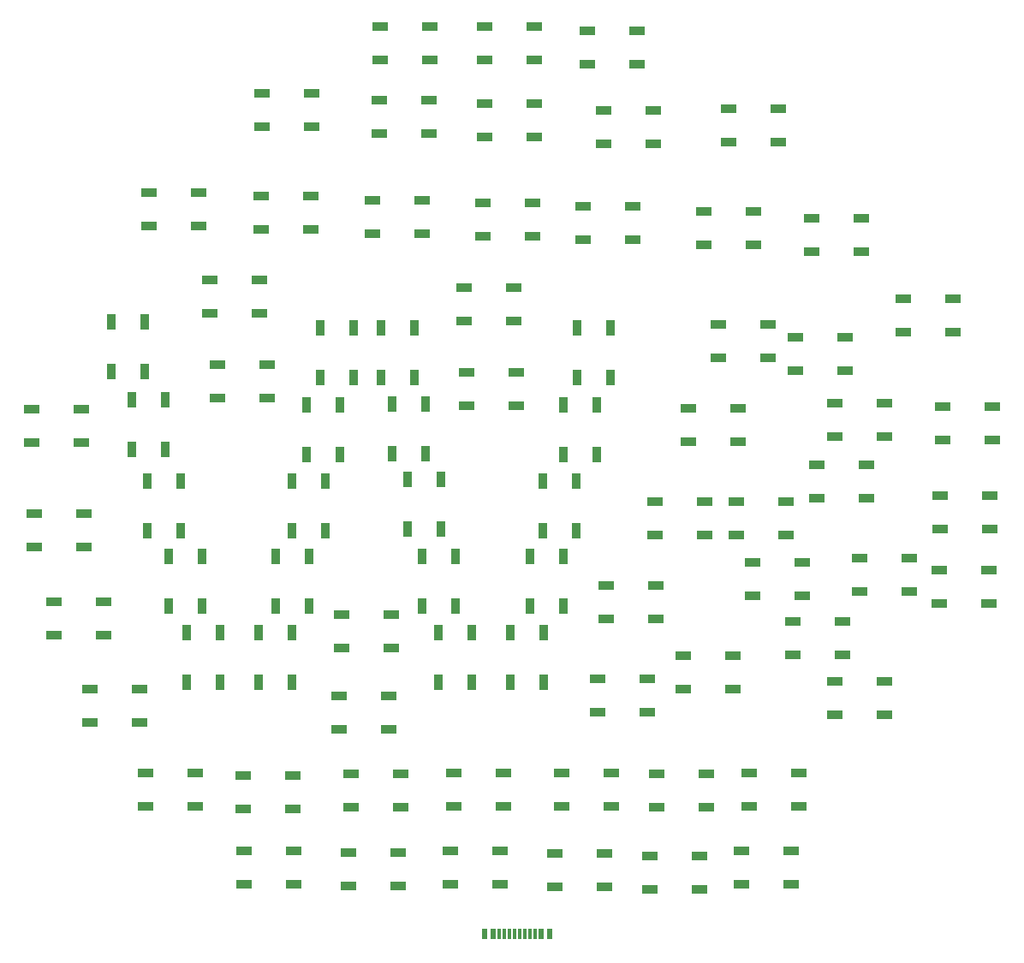
<source format=gbr>
%TF.GenerationSoftware,KiCad,Pcbnew,8.0.2*%
%TF.CreationDate,2025-03-09T15:23:07+01:00*%
%TF.ProjectId,WRadioLogo,57526164-696f-44c6-9f67-6f2e6b696361,rev?*%
%TF.SameCoordinates,Original*%
%TF.FileFunction,Paste,Top*%
%TF.FilePolarity,Positive*%
%FSLAX46Y46*%
G04 Gerber Fmt 4.6, Leading zero omitted, Abs format (unit mm)*
G04 Created by KiCad (PCBNEW 8.0.2) date 2025-03-09 15:23:07*
%MOMM*%
%LPD*%
G01*
G04 APERTURE LIST*
%ADD10R,1.500000X0.900000*%
%ADD11R,0.900000X1.500000*%
%ADD12R,0.600000X1.140000*%
%ADD13R,0.300000X1.140000*%
G04 APERTURE END LIST*
D10*
%TO.C,D49*%
X118708000Y-111634000D03*
X118708000Y-114934000D03*
X123608000Y-114934000D03*
X123608000Y-111634000D03*
%TD*%
D11*
%TO.C,D12*%
X123699000Y-95668000D03*
X126999000Y-95668000D03*
X126999000Y-90768000D03*
X123699000Y-90768000D03*
%TD*%
D10*
%TO.C,D76*%
X158967000Y-127255000D03*
X158967000Y-130555000D03*
X163867000Y-130555000D03*
X163867000Y-127255000D03*
%TD*%
D11*
%TO.C,D8*%
X117093000Y-98388000D03*
X113793000Y-98388000D03*
X113793000Y-103288000D03*
X117093000Y-103288000D03*
%TD*%
D10*
%TO.C,D25*%
X157697000Y-100458000D03*
X157697000Y-103758000D03*
X162597000Y-103758000D03*
X162597000Y-100458000D03*
%TD*%
D11*
%TO.C,D11*%
X122556000Y-88175000D03*
X125856000Y-88175000D03*
X125856000Y-83275000D03*
X122556000Y-83275000D03*
%TD*%
D10*
%TO.C,D63*%
X152998000Y-91187000D03*
X152998000Y-94487000D03*
X157898000Y-94487000D03*
X157898000Y-91187000D03*
%TD*%
D11*
%TO.C,D4*%
X101601000Y-110781000D03*
X104901000Y-110781000D03*
X104901000Y-105881000D03*
X101601000Y-105881000D03*
%TD*%
D10*
%TO.C,D51*%
X174207000Y-80392000D03*
X174207000Y-83692000D03*
X179107000Y-83692000D03*
X179107000Y-80392000D03*
%TD*%
D11*
%TO.C,D3*%
X99442000Y-103288000D03*
X102742000Y-103288000D03*
X102742000Y-98388000D03*
X99442000Y-98388000D03*
%TD*%
D10*
%TO.C,D28*%
X163285000Y-112269000D03*
X163285000Y-115569000D03*
X168185000Y-115569000D03*
X168185000Y-112269000D03*
%TD*%
%TO.C,D64*%
X99277000Y-127255000D03*
X99277000Y-130555000D03*
X104177000Y-130555000D03*
X104177000Y-127255000D03*
%TD*%
%TO.C,D55*%
X177890000Y-99823000D03*
X177890000Y-103123000D03*
X182790000Y-103123000D03*
X182790000Y-99823000D03*
%TD*%
D11*
%TO.C,D15*%
X128271000Y-118274000D03*
X131571000Y-118274000D03*
X131571000Y-113374000D03*
X128271000Y-113374000D03*
%TD*%
%TO.C,D17*%
X140588000Y-105881000D03*
X137288000Y-105881000D03*
X137288000Y-110781000D03*
X140588000Y-110781000D03*
%TD*%
%TO.C,D6*%
X113791000Y-113374000D03*
X110491000Y-113374000D03*
X110491000Y-118274000D03*
X113791000Y-118274000D03*
%TD*%
D10*
%TO.C,D62*%
X177763000Y-107189000D03*
X177763000Y-110489000D03*
X182663000Y-110489000D03*
X182663000Y-107189000D03*
%TD*%
%TO.C,D37*%
X156935000Y-61596000D03*
X156935000Y-64896000D03*
X161835000Y-64896000D03*
X161835000Y-61596000D03*
%TD*%
%TO.C,D24*%
X165698000Y-96775000D03*
X165698000Y-100075000D03*
X170598000Y-100075000D03*
X170598000Y-96775000D03*
%TD*%
%TO.C,D68*%
X139790000Y-135256000D03*
X139790000Y-138556000D03*
X144690000Y-138556000D03*
X144690000Y-135256000D03*
%TD*%
%TO.C,D72*%
X119343000Y-135129000D03*
X119343000Y-138429000D03*
X124243000Y-138429000D03*
X124243000Y-135129000D03*
%TD*%
%TO.C,D70*%
X140425000Y-127255000D03*
X140425000Y-130555000D03*
X145325000Y-130555000D03*
X145325000Y-127255000D03*
%TD*%
%TO.C,D60*%
X178144000Y-91060000D03*
X178144000Y-94360000D03*
X183044000Y-94360000D03*
X183044000Y-91060000D03*
%TD*%
D11*
%TO.C,D5*%
X103379000Y-118274000D03*
X106679000Y-118274000D03*
X106679000Y-113374000D03*
X103379000Y-113374000D03*
%TD*%
%TO.C,D10*%
X119887000Y-83275000D03*
X116587000Y-83275000D03*
X116587000Y-88175000D03*
X119887000Y-88175000D03*
%TD*%
%TO.C,D18*%
X141858000Y-98388000D03*
X138558000Y-98388000D03*
X138558000Y-103288000D03*
X141858000Y-103288000D03*
%TD*%
%TO.C,D20*%
X145287000Y-83275000D03*
X141987000Y-83275000D03*
X141987000Y-88175000D03*
X145287000Y-88175000D03*
%TD*%
D10*
%TO.C,D21*%
X160819000Y-86232000D03*
X160819000Y-82932000D03*
X155919000Y-82932000D03*
X155919000Y-86232000D03*
%TD*%
%TO.C,D43*%
X154522000Y-71756000D03*
X154522000Y-75056000D03*
X159422000Y-75056000D03*
X159422000Y-71756000D03*
%TD*%
%TO.C,D44*%
X165190000Y-72391000D03*
X165190000Y-75691000D03*
X170090000Y-75691000D03*
X170090000Y-72391000D03*
%TD*%
%TO.C,D46*%
X88265000Y-101600000D03*
X88265000Y-104900000D03*
X93165000Y-104900000D03*
X93165000Y-101600000D03*
%TD*%
%TO.C,D41*%
X132678000Y-70867000D03*
X132678000Y-74167000D03*
X137578000Y-74167000D03*
X137578000Y-70867000D03*
%TD*%
%TO.C,D29*%
X167476000Y-118238000D03*
X167476000Y-121538000D03*
X172376000Y-121538000D03*
X172376000Y-118238000D03*
%TD*%
D12*
%TO.C,J1*%
X132845000Y-143216500D03*
X133645000Y-143216500D03*
D13*
X134795000Y-143216500D03*
X135795000Y-143216500D03*
X136295000Y-143216500D03*
X137295000Y-143216500D03*
D12*
X139245000Y-143216500D03*
X138445000Y-143216500D03*
D13*
X137795000Y-143216500D03*
X136795000Y-143216500D03*
X135295000Y-143216500D03*
X134295000Y-143216500D03*
%TD*%
D10*
%TO.C,D27*%
X159348000Y-106427000D03*
X159348000Y-109727000D03*
X164248000Y-109727000D03*
X164248000Y-106427000D03*
%TD*%
D11*
%TO.C,D7*%
X115442000Y-105881000D03*
X112142000Y-105881000D03*
X112142000Y-110781000D03*
X115442000Y-110781000D03*
%TD*%
D10*
%TO.C,D23*%
X167476000Y-90679000D03*
X167476000Y-93979000D03*
X172376000Y-93979000D03*
X172376000Y-90679000D03*
%TD*%
%TO.C,D52*%
X144870000Y-108713000D03*
X144870000Y-112013000D03*
X149770000Y-112013000D03*
X149770000Y-108713000D03*
%TD*%
%TO.C,D40*%
X121756000Y-70613000D03*
X121756000Y-73913000D03*
X126656000Y-73913000D03*
X126656000Y-70613000D03*
%TD*%
%TO.C,D45*%
X105664000Y-78488000D03*
X105664000Y-81788000D03*
X110564000Y-81788000D03*
X110564000Y-78488000D03*
%TD*%
%TO.C,D39*%
X110707000Y-70232000D03*
X110707000Y-73532000D03*
X115607000Y-73532000D03*
X115607000Y-70232000D03*
%TD*%
%TO.C,D22*%
X168439000Y-87502000D03*
X168439000Y-84202000D03*
X163539000Y-84202000D03*
X163539000Y-87502000D03*
%TD*%
%TO.C,D53*%
X152490000Y-115698000D03*
X152490000Y-118998000D03*
X157390000Y-118998000D03*
X157390000Y-115698000D03*
%TD*%
%TO.C,D34*%
X122391000Y-60707000D03*
X122391000Y-64007000D03*
X127291000Y-64007000D03*
X127291000Y-60707000D03*
%TD*%
%TO.C,D71*%
X149188000Y-135510000D03*
X149188000Y-138810000D03*
X154088000Y-138810000D03*
X154088000Y-135510000D03*
%TD*%
D11*
%TO.C,D1*%
X95886000Y-87540000D03*
X99186000Y-87540000D03*
X99186000Y-82640000D03*
X95886000Y-82640000D03*
%TD*%
D10*
%TO.C,D26*%
X149696000Y-100458000D03*
X149696000Y-103758000D03*
X154596000Y-103758000D03*
X154596000Y-100458000D03*
%TD*%
%TO.C,D38*%
X99658000Y-69851000D03*
X99658000Y-73151000D03*
X104558000Y-73151000D03*
X104558000Y-69851000D03*
%TD*%
%TO.C,D30*%
X127418000Y-56768000D03*
X127418000Y-53468000D03*
X122518000Y-53468000D03*
X122518000Y-56768000D03*
%TD*%
%TO.C,D59*%
X90260000Y-110364000D03*
X90260000Y-113664000D03*
X95160000Y-113664000D03*
X95160000Y-110364000D03*
%TD*%
%TO.C,D31*%
X137705000Y-56768000D03*
X137705000Y-53468000D03*
X132805000Y-53468000D03*
X132805000Y-56768000D03*
%TD*%
D11*
%TO.C,D14*%
X126620000Y-110781000D03*
X129920000Y-110781000D03*
X129920000Y-105881000D03*
X126620000Y-105881000D03*
%TD*%
D10*
%TO.C,D32*%
X142965000Y-53849000D03*
X142965000Y-57149000D03*
X147865000Y-57149000D03*
X147865000Y-53849000D03*
%TD*%
%TO.C,D58*%
X119634000Y-127383000D03*
X119634000Y-130683000D03*
X124534000Y-130683000D03*
X124534000Y-127383000D03*
%TD*%
%TO.C,D73*%
X149823000Y-127382000D03*
X149823000Y-130682000D03*
X154723000Y-130682000D03*
X154723000Y-127382000D03*
%TD*%
%TO.C,D67*%
X129757000Y-127255000D03*
X129757000Y-130555000D03*
X134657000Y-130555000D03*
X134657000Y-127255000D03*
%TD*%
%TO.C,D47*%
X118454000Y-119635000D03*
X118454000Y-122935000D03*
X123354000Y-122935000D03*
X123354000Y-119635000D03*
%TD*%
%TO.C,D69*%
X109056000Y-135002000D03*
X109056000Y-138302000D03*
X113956000Y-138302000D03*
X113956000Y-135002000D03*
%TD*%
%TO.C,D42*%
X142584000Y-71248000D03*
X142584000Y-74548000D03*
X147484000Y-74548000D03*
X147484000Y-71248000D03*
%TD*%
%TO.C,D50*%
X143981000Y-117984000D03*
X143981000Y-121284000D03*
X148881000Y-121284000D03*
X148881000Y-117984000D03*
%TD*%
%TO.C,D61*%
X108929000Y-127509000D03*
X108929000Y-130809000D03*
X113829000Y-130809000D03*
X113829000Y-127509000D03*
%TD*%
%TO.C,D75*%
X129413000Y-135001000D03*
X129413000Y-138301000D03*
X134313000Y-138301000D03*
X134313000Y-135001000D03*
%TD*%
%TO.C,D65*%
X169889000Y-106046000D03*
X169889000Y-109346000D03*
X174789000Y-109346000D03*
X174789000Y-106046000D03*
%TD*%
D11*
%TO.C,D13*%
X125223000Y-103161000D03*
X128523000Y-103161000D03*
X128523000Y-98261000D03*
X125223000Y-98261000D03*
%TD*%
D10*
%TO.C,D74*%
X158205000Y-135002000D03*
X158205000Y-138302000D03*
X163105000Y-138302000D03*
X163105000Y-135002000D03*
%TD*%
%TO.C,D33*%
X110834000Y-60072000D03*
X110834000Y-63372000D03*
X115734000Y-63372000D03*
X115734000Y-60072000D03*
%TD*%
D11*
%TO.C,D19*%
X143890000Y-90895000D03*
X140590000Y-90895000D03*
X140590000Y-95795000D03*
X143890000Y-95795000D03*
%TD*%
%TO.C,D2*%
X97918000Y-95287000D03*
X101218000Y-95287000D03*
X101218000Y-90387000D03*
X97918000Y-90387000D03*
%TD*%
D10*
%TO.C,D54*%
X106389000Y-86869000D03*
X106389000Y-90169000D03*
X111289000Y-90169000D03*
X111289000Y-86869000D03*
%TD*%
%TO.C,D35*%
X132805000Y-61088000D03*
X132805000Y-64388000D03*
X137705000Y-64388000D03*
X137705000Y-61088000D03*
%TD*%
%TO.C,D48*%
X130773000Y-79249000D03*
X130773000Y-82549000D03*
X135673000Y-82549000D03*
X135673000Y-79249000D03*
%TD*%
%TO.C,D56*%
X93816000Y-119000000D03*
X93816000Y-122300000D03*
X98716000Y-122300000D03*
X98716000Y-119000000D03*
%TD*%
D11*
%TO.C,D16*%
X138683000Y-113374000D03*
X135383000Y-113374000D03*
X135383000Y-118274000D03*
X138683000Y-118274000D03*
%TD*%
D10*
%TO.C,D66*%
X131027000Y-87631000D03*
X131027000Y-90931000D03*
X135927000Y-90931000D03*
X135927000Y-87631000D03*
%TD*%
%TO.C,D57*%
X88064000Y-91314000D03*
X88064000Y-94614000D03*
X92964000Y-94614000D03*
X92964000Y-91314000D03*
%TD*%
D11*
%TO.C,D9*%
X118490000Y-90895000D03*
X115190000Y-90895000D03*
X115190000Y-95795000D03*
X118490000Y-95795000D03*
%TD*%
D10*
%TO.C,D36*%
X144616000Y-61723000D03*
X144616000Y-65023000D03*
X149516000Y-65023000D03*
X149516000Y-61723000D03*
%TD*%
M02*

</source>
